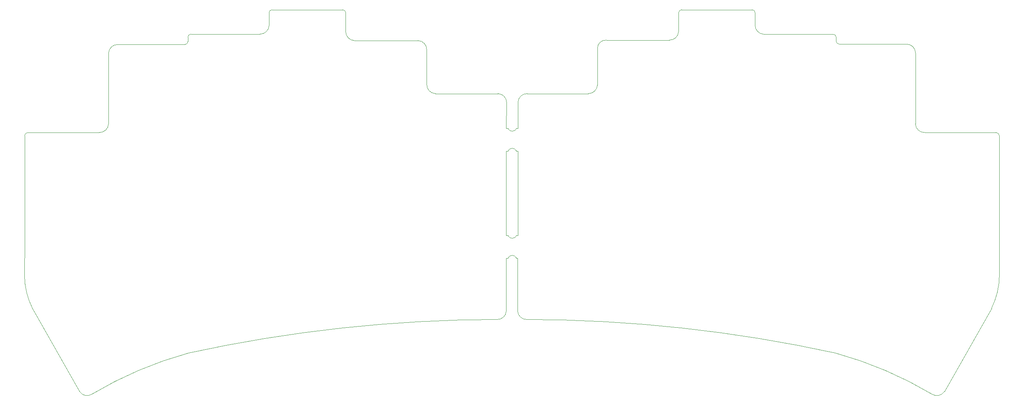
<source format=gbr>
%TF.GenerationSoftware,KiCad,Pcbnew,(6.0.2)*%
%TF.CreationDate,2022-03-10T12:39:36+08:00*%
%TF.ProjectId,sweepv2.1,73776565-7076-4322-9e31-2e6b69636164,rev?*%
%TF.SameCoordinates,Original*%
%TF.FileFunction,Profile,NP*%
%FSLAX46Y46*%
G04 Gerber Fmt 4.6, Leading zero omitted, Abs format (unit mm)*
G04 Created by KiCad (PCBNEW (6.0.2)) date 2022-03-10 12:39:36*
%MOMM*%
%LPD*%
G01*
G04 APERTURE LIST*
%TA.AperFunction,Profile*%
%ADD10C,0.050000*%
%TD*%
G04 APERTURE END LIST*
D10*
X220026090Y-32007001D02*
G75*
G03*
X218095172Y-29972000I-2000916J35004D01*
G01*
X184339089Y-25746954D02*
G75*
G03*
X186270008Y-27781955I2000918J-35002D01*
G01*
X165286089Y-29083000D02*
G75*
G03*
X167321090Y-27152082I35004J2000916D01*
G01*
X151291046Y-29090896D02*
G75*
G03*
X149256045Y-31021814I-182788J-1845165D01*
G01*
X147221044Y-41021000D02*
G75*
G03*
X149256045Y-39090082I35004J2000916D01*
G01*
X133619469Y-41020081D02*
G75*
G03*
X131584468Y-42951000I-35002J-2000918D01*
G01*
X129057918Y-43056001D02*
G75*
G03*
X127127000Y-41021000I-2000916J35004D01*
G01*
X111283044Y-38989000D02*
G75*
G03*
X113213963Y-41024001I2000918J-35002D01*
G01*
X93249045Y-27162531D02*
X93249045Y-22987000D01*
X93249045Y-22987000D02*
G75*
G03*
X92583000Y-22320955I-666045J0D01*
G01*
X76866045Y-22320955D02*
G75*
G03*
X76200000Y-22987000I0J-666045D01*
G01*
X111277918Y-31229532D02*
G75*
G03*
X109347000Y-29194531I-2000916J35004D01*
G01*
X109347000Y-29194531D02*
X95179963Y-29197532D01*
X93249044Y-27162531D02*
G75*
G03*
X95179963Y-29197532I2000918J-35002D01*
G01*
X76200000Y-22987000D02*
X76200000Y-25825119D01*
X74164999Y-27756037D02*
G75*
G03*
X76200000Y-25825119I35004J2000916D01*
G01*
X40481999Y-32004000D02*
X40481999Y-47763999D01*
X42517000Y-30073081D02*
G75*
G03*
X40481999Y-32004000I-35002J-2000918D01*
G01*
X219998001Y-47763999D02*
X220026090Y-32007001D01*
X223714000Y-108050000D02*
G75*
G03*
X226446000Y-107451265I1070000J1650000D01*
G01*
X219998002Y-47763999D02*
G75*
G03*
X222033002Y-49694917I2000000J70001D01*
G01*
X238688000Y-50442000D02*
G75*
G03*
X237938000Y-49692000I-750000J0D01*
G01*
X131506254Y-89547024D02*
G75*
G03*
X133544000Y-91383119I1977999J146416D01*
G01*
X223714000Y-108050000D02*
G75*
G03*
X202185134Y-98863946I-44316008J-74040014D01*
G01*
X222033002Y-49694917D02*
X237938000Y-49692000D01*
X202185134Y-98863946D02*
G75*
G03*
X133544000Y-91383119I-69219163J-316475410D01*
G01*
X238688000Y-58420000D02*
X238688000Y-66548000D01*
X236953304Y-88858150D02*
X226446000Y-107451265D01*
X236953304Y-88858150D02*
G75*
G03*
X238700000Y-81534000I-15027155J7454098D01*
G01*
X238688000Y-50442000D02*
X238688000Y-58420000D01*
X131584468Y-42951000D02*
X131572000Y-48768000D01*
X129349500Y-48768000D02*
X128960000Y-48768000D01*
X238688000Y-66548000D02*
X238688000Y-75438000D01*
X238688000Y-75438000D02*
X238700000Y-81534000D01*
X129349500Y-72644000D02*
X128960000Y-72644000D01*
X129349500Y-53848000D02*
X128960000Y-53848000D01*
X129349500Y-77724000D02*
X128960000Y-77724000D01*
X131572000Y-53848000D02*
X131572000Y-72644000D01*
X21792000Y-50442000D02*
X21792000Y-58420000D01*
X128960000Y-77724000D02*
X128975507Y-89545022D01*
X126936000Y-91383119D02*
G75*
G03*
X128975507Y-89545022I59508J1984513D01*
G01*
X21792000Y-66548000D02*
X21792000Y-73914000D01*
X23526696Y-88858150D02*
X34034000Y-107451265D01*
X38446998Y-49694917D02*
G75*
G03*
X40481999Y-47763999I35004J2000916D01*
G01*
X126936000Y-91383119D02*
G75*
G03*
X58294866Y-98863946I578048J-323956411D01*
G01*
X21780000Y-81534000D02*
G75*
G03*
X23526696Y-88858150I16773851J129948D01*
G01*
X22542000Y-49692000D02*
G75*
G03*
X21792000Y-50442000I0J-750000D01*
G01*
X38446998Y-49694917D02*
X22542000Y-49692000D01*
X21792000Y-58420000D02*
X21792000Y-66548000D01*
X34034000Y-107451265D02*
G75*
G03*
X36766000Y-108050000I1662000J1051265D01*
G01*
X58294866Y-98863946D02*
G75*
G03*
X36766000Y-108050000I22787142J-83226068D01*
G01*
X21792000Y-73914000D02*
X21780000Y-81534000D01*
X128960000Y-53848000D02*
X128960000Y-72644000D01*
X129057918Y-43056001D02*
X128960000Y-48768000D01*
X202373090Y-28448000D02*
X202373090Y-29321478D01*
X74164999Y-27756037D02*
X58804045Y-27756037D01*
X131572000Y-48768000D02*
X131254500Y-48768000D01*
X202373090Y-28448000D02*
G75*
G03*
X201707045Y-27781955I-666045J0D01*
G01*
X92583000Y-22320955D02*
X76866045Y-22320955D01*
X127127000Y-41021000D02*
X113213963Y-41024001D01*
X129349501Y-72643999D02*
G75*
G03*
X131254499Y-72644000I952499J380999D01*
G01*
X131572000Y-53848000D02*
X131254500Y-53848000D01*
X57471955Y-30073082D02*
G75*
G03*
X58138000Y-29407037I0J666045D01*
G01*
X165286089Y-29083000D02*
X151291046Y-29090896D01*
X218095172Y-29972000D02*
X203039135Y-29987523D01*
X131506254Y-89547024D02*
X131508500Y-77724000D01*
X58138000Y-28422082D02*
X58138000Y-29407037D01*
X131254499Y-77724001D02*
G75*
G03*
X129349501Y-77724000I-952499J-380999D01*
G01*
X57471955Y-30073082D02*
X42517000Y-30073082D01*
X184339090Y-22987000D02*
G75*
G03*
X183673045Y-22320955I-666045J0D01*
G01*
X167987135Y-22320955D02*
G75*
G03*
X167321090Y-22987000I0J-666045D01*
G01*
X201707045Y-27781955D02*
X186270008Y-27781955D01*
X167321090Y-27152082D02*
X167321090Y-22987000D01*
X183673045Y-22320955D02*
X167987135Y-22320955D01*
X131572000Y-72644000D02*
X131254500Y-72644000D01*
X149256045Y-39090082D02*
X149256045Y-31021814D01*
X184339090Y-22987000D02*
X184339090Y-25746954D01*
X147221044Y-41021000D02*
X133619469Y-41020082D01*
X129349501Y-48767999D02*
G75*
G03*
X131254499Y-48768000I952499J380999D01*
G01*
X131508500Y-77724000D02*
X131254500Y-77724000D01*
X131254499Y-53848001D02*
G75*
G03*
X129349501Y-53848000I-952499J-380999D01*
G01*
X111283045Y-38989000D02*
X111277918Y-31229532D01*
X202373090Y-29321478D02*
G75*
G03*
X203039135Y-29987523I666045J0D01*
G01*
X58804045Y-27756037D02*
G75*
G03*
X58138000Y-28422082I0J-666045D01*
G01*
M02*

</source>
